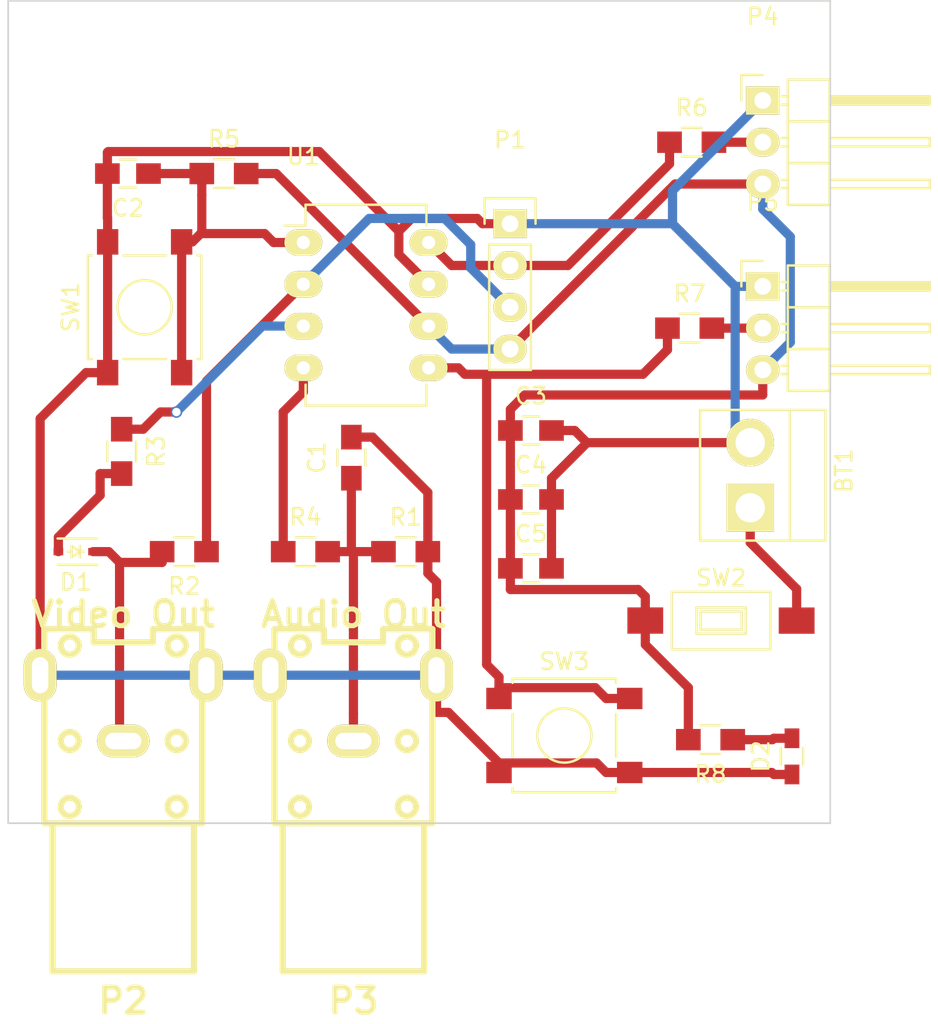
<source format=kicad_pcb>
(kicad_pcb (version 4) (host pcbnew 4.0.2-stable)

  (general
    (links 51)
    (no_connects 0)
    (area 113.75 76.75 164 127)
    (thickness 1.6)
    (drawings 4)
    (tracks 143)
    (zones 0)
    (modules 25)
    (nets 16)
  )

  (page A4)
  (layers
    (0 F.Cu signal)
    (31 B.Cu signal)
    (32 B.Adhes user)
    (33 F.Adhes user)
    (34 B.Paste user)
    (35 F.Paste user)
    (36 B.SilkS user)
    (37 F.SilkS user)
    (38 B.Mask user)
    (39 F.Mask user)
    (40 Dwgs.User user)
    (41 Cmts.User user)
    (42 Eco1.User user)
    (43 Eco2.User user)
    (44 Edge.Cuts user)
    (45 Margin user)
    (46 B.CrtYd user)
    (47 F.CrtYd user)
    (48 B.Fab user)
    (49 F.Fab user)
  )

  (setup
    (last_trace_width 0.25)
    (trace_clearance 0.2)
    (zone_clearance 0.508)
    (zone_45_only no)
    (trace_min 0.2)
    (segment_width 0.2)
    (edge_width 0.1)
    (via_size 0.6)
    (via_drill 0.4)
    (via_min_size 0.4)
    (via_min_drill 0.3)
    (uvia_size 0.3)
    (uvia_drill 0.1)
    (uvias_allowed no)
    (uvia_min_size 0.2)
    (uvia_min_drill 0.1)
    (pcb_text_width 0.3)
    (pcb_text_size 1.5 1.5)
    (mod_edge_width 0.15)
    (mod_text_size 1 1)
    (mod_text_width 0.15)
    (pad_size 1.5 1.5)
    (pad_drill 0.6)
    (pad_to_mask_clearance 0)
    (aux_axis_origin 0 0)
    (visible_elements FFFFFF7F)
    (pcbplotparams
      (layerselection 0x00030_80000001)
      (usegerberextensions false)
      (excludeedgelayer true)
      (linewidth 0.100000)
      (plotframeref false)
      (viasonmask false)
      (mode 1)
      (useauxorigin false)
      (hpglpennumber 1)
      (hpglpenspeed 20)
      (hpglpendiameter 15)
      (hpglpenoverlay 2)
      (psnegative false)
      (psa4output false)
      (plotreference true)
      (plotvalue true)
      (plotinvisibletext false)
      (padsonsilk false)
      (subtractmaskfromsilk false)
      (outputformat 1)
      (mirror false)
      (drillshape 1)
      (scaleselection 1)
      (outputdirectory ""))
  )

  (net 0 "")
  (net 1 "Net-(BT1-Pad1)")
  (net 2 GND)
  (net 3 "Net-(C1-Pad1)")
  (net 4 "Net-(C2-Pad1)")
  (net 5 VDD)
  (net 6 "Net-(D1-Pad1)")
  (net 7 "Net-(D1-Pad2)")
  (net 8 "Net-(D2-Pad2)")
  (net 9 /P1)
  (net 10 /DSYNC)
  (net 11 "Net-(P4-Pad2)")
  (net 12 "Net-(P5-Pad2)")
  (net 13 /DVIDEO)
  (net 14 /DAUDIO)
  (net 15 /P2)

  (net_class Default "This is the default net class."
    (clearance 0.2)
    (trace_width 0.25)
    (via_dia 0.6)
    (via_drill 0.4)
    (uvia_dia 0.3)
    (uvia_drill 0.1)
  )

  (net_class "Laser PCB" ""
    (clearance 0.381)
    (trace_width 0.5588)
    (via_dia 0.7)
    (via_drill 0.508)
    (uvia_dia 0.7)
    (uvia_drill 0.508)
    (add_net /DAUDIO)
    (add_net /DSYNC)
    (add_net /DVIDEO)
    (add_net /P1)
    (add_net /P2)
    (add_net GND)
    (add_net "Net-(BT1-Pad1)")
    (add_net "Net-(C1-Pad1)")
    (add_net "Net-(C2-Pad1)")
    (add_net "Net-(D1-Pad1)")
    (add_net "Net-(D1-Pad2)")
    (add_net "Net-(D2-Pad2)")
    (add_net "Net-(P4-Pad2)")
    (add_net "Net-(P5-Pad2)")
    (add_net VDD)
  )

  (module Pin_Headers:Pin_Header_Straight_1x02_Pitch3.96mm_Friction_Lock locked (layer F.Cu) (tedit 551E6FC5) (tstamp 570524E7)
    (at 159.131 107.823 90)
    (descr "Header Pin, Unshrouded, Friction Lock, Pitch 0.156\" (3.96mm)")
    (tags "Pin Header Straight 1x02 Pitch3.96mm 640445-2")
    (path /56FF4D0C)
    (fp_text reference BT1 (at 2.25 5.7 90) (layer F.SilkS)
      (effects (font (size 1 1) (thickness 0.15)))
    )
    (fp_text value Battery (at 2.45 -4.15 90) (layer F.Fab)
      (effects (font (size 1 1) (thickness 0.15)))
    )
    (fp_line (start -2.25 -3.3) (end 6.2 -3.3) (layer F.CrtYd) (width 0.05))
    (fp_line (start 6.2 -3.3) (end 6.2 4.85) (layer F.CrtYd) (width 0.05))
    (fp_line (start 6.2 4.85) (end -2.25 4.85) (layer F.CrtYd) (width 0.05))
    (fp_line (start -2.25 4.85) (end -2.25 -3.3) (layer F.CrtYd) (width 0.05))
    (fp_line (start -1.9939 -3.048) (end 5.9309 -3.048) (layer F.SilkS) (width 0.15))
    (fp_line (start -1.9939 4.572) (end 5.9309 4.572) (layer F.SilkS) (width 0.15))
    (fp_line (start -1.9939 2.413) (end 5.9309 2.413) (layer F.SilkS) (width 0.15))
    (fp_line (start 5.95 -3.048) (end 5.95 4.572) (layer F.SilkS) (width 0.15))
    (fp_line (start -1.9939 -3.048) (end -1.9939 4.572) (layer F.SilkS) (width 0.15))
    (pad 1 thru_hole rect (at 0 0 90) (size 2.9 2.9) (drill 1.78) (layers *.Cu *.Mask F.SilkS)
      (net 1 "Net-(BT1-Pad1)"))
    (pad 2 thru_hole circle (at 3.96 0 90) (size 2.9 2.9) (drill 1.78) (layers *.Cu *.Mask F.SilkS)
      (net 2 GND))
    (model Pin_Headers.3dshapes/Pin_Header_Straight_1x02_Pitch3.96mm_Friction_Lock.wrl
      (at (xyz 0.08 0 0.125))
      (scale (xyz 0.39 0.39 0.39))
      (rotate (xyz 0 0 180))
    )
  )

  (module Capacitors_SMD:C_0805_HandSoldering locked (layer F.Cu) (tedit 541A9B8D) (tstamp 570524F3)
    (at 134.874 104.775 90)
    (descr "Capacitor SMD 0805, hand soldering")
    (tags "capacitor 0805")
    (path /56FF1079)
    (attr smd)
    (fp_text reference C1 (at 0 -2.1 90) (layer F.SilkS)
      (effects (font (size 1 1) (thickness 0.15)))
    )
    (fp_text value 2.2n (at 0 2.1 90) (layer F.Fab)
      (effects (font (size 1 1) (thickness 0.15)))
    )
    (fp_line (start -2.3 -1) (end 2.3 -1) (layer F.CrtYd) (width 0.05))
    (fp_line (start -2.3 1) (end 2.3 1) (layer F.CrtYd) (width 0.05))
    (fp_line (start -2.3 -1) (end -2.3 1) (layer F.CrtYd) (width 0.05))
    (fp_line (start 2.3 -1) (end 2.3 1) (layer F.CrtYd) (width 0.05))
    (fp_line (start 0.5 -0.85) (end -0.5 -0.85) (layer F.SilkS) (width 0.15))
    (fp_line (start -0.5 0.85) (end 0.5 0.85) (layer F.SilkS) (width 0.15))
    (pad 1 smd rect (at -1.25 0 90) (size 1.5 1.25) (layers F.Cu F.Paste F.Mask)
      (net 3 "Net-(C1-Pad1)"))
    (pad 2 smd rect (at 1.25 0 90) (size 1.5 1.25) (layers F.Cu F.Paste F.Mask)
      (net 2 GND))
    (model Capacitors_SMD.3dshapes/C_0805_HandSoldering.wrl
      (at (xyz 0 0 0))
      (scale (xyz 1 1 1))
      (rotate (xyz 0 0 0))
    )
  )

  (module Capacitors_SMD:C_0805_HandSoldering placed (layer F.Cu) (tedit 541A9B8D) (tstamp 570524FF)
    (at 121.285 87.503 180)
    (descr "Capacitor SMD 0805, hand soldering")
    (tags "capacitor 0805")
    (path /56FF55BE)
    (attr smd)
    (fp_text reference C2 (at 0 -2.1 180) (layer F.SilkS)
      (effects (font (size 1 1) (thickness 0.15)))
    )
    (fp_text value 100n (at 0 2.1 180) (layer F.Fab)
      (effects (font (size 1 1) (thickness 0.15)))
    )
    (fp_line (start -2.3 -1) (end 2.3 -1) (layer F.CrtYd) (width 0.05))
    (fp_line (start -2.3 1) (end 2.3 1) (layer F.CrtYd) (width 0.05))
    (fp_line (start -2.3 -1) (end -2.3 1) (layer F.CrtYd) (width 0.05))
    (fp_line (start 2.3 -1) (end 2.3 1) (layer F.CrtYd) (width 0.05))
    (fp_line (start 0.5 -0.85) (end -0.5 -0.85) (layer F.SilkS) (width 0.15))
    (fp_line (start -0.5 0.85) (end 0.5 0.85) (layer F.SilkS) (width 0.15))
    (pad 1 smd rect (at -1.25 0 180) (size 1.5 1.25) (layers F.Cu F.Paste F.Mask)
      (net 4 "Net-(C2-Pad1)"))
    (pad 2 smd rect (at 1.25 0 180) (size 1.5 1.25) (layers F.Cu F.Paste F.Mask)
      (net 2 GND))
    (model Capacitors_SMD.3dshapes/C_0805_HandSoldering.wrl
      (at (xyz 0 0 0))
      (scale (xyz 1 1 1))
      (rotate (xyz 0 0 0))
    )
  )

  (module Capacitors_SMD:C_0805_HandSoldering placed (layer F.Cu) (tedit 541A9B8D) (tstamp 5705250B)
    (at 145.796 103.124)
    (descr "Capacitor SMD 0805, hand soldering")
    (tags "capacitor 0805")
    (path /57009B5C)
    (attr smd)
    (fp_text reference C3 (at 0 -2.1) (layer F.SilkS)
      (effects (font (size 1 1) (thickness 0.15)))
    )
    (fp_text value 100n (at 0 2.1) (layer F.Fab)
      (effects (font (size 1 1) (thickness 0.15)))
    )
    (fp_line (start -2.3 -1) (end 2.3 -1) (layer F.CrtYd) (width 0.05))
    (fp_line (start -2.3 1) (end 2.3 1) (layer F.CrtYd) (width 0.05))
    (fp_line (start -2.3 -1) (end -2.3 1) (layer F.CrtYd) (width 0.05))
    (fp_line (start 2.3 -1) (end 2.3 1) (layer F.CrtYd) (width 0.05))
    (fp_line (start 0.5 -0.85) (end -0.5 -0.85) (layer F.SilkS) (width 0.15))
    (fp_line (start -0.5 0.85) (end 0.5 0.85) (layer F.SilkS) (width 0.15))
    (pad 1 smd rect (at -1.25 0) (size 1.5 1.25) (layers F.Cu F.Paste F.Mask)
      (net 5 VDD))
    (pad 2 smd rect (at 1.25 0) (size 1.5 1.25) (layers F.Cu F.Paste F.Mask)
      (net 2 GND))
    (model Capacitors_SMD.3dshapes/C_0805_HandSoldering.wrl
      (at (xyz 0 0 0))
      (scale (xyz 1 1 1))
      (rotate (xyz 0 0 0))
    )
  )

  (module Capacitors_SMD:C_0805_HandSoldering placed (layer F.Cu) (tedit 541A9B8D) (tstamp 57052517)
    (at 145.796 107.315)
    (descr "Capacitor SMD 0805, hand soldering")
    (tags "capacitor 0805")
    (path /57009D53)
    (attr smd)
    (fp_text reference C4 (at 0 -2.1) (layer F.SilkS)
      (effects (font (size 1 1) (thickness 0.15)))
    )
    (fp_text value 100n (at 0 2.1) (layer F.Fab)
      (effects (font (size 1 1) (thickness 0.15)))
    )
    (fp_line (start -2.3 -1) (end 2.3 -1) (layer F.CrtYd) (width 0.05))
    (fp_line (start -2.3 1) (end 2.3 1) (layer F.CrtYd) (width 0.05))
    (fp_line (start -2.3 -1) (end -2.3 1) (layer F.CrtYd) (width 0.05))
    (fp_line (start 2.3 -1) (end 2.3 1) (layer F.CrtYd) (width 0.05))
    (fp_line (start 0.5 -0.85) (end -0.5 -0.85) (layer F.SilkS) (width 0.15))
    (fp_line (start -0.5 0.85) (end 0.5 0.85) (layer F.SilkS) (width 0.15))
    (pad 1 smd rect (at -1.25 0) (size 1.5 1.25) (layers F.Cu F.Paste F.Mask)
      (net 5 VDD))
    (pad 2 smd rect (at 1.25 0) (size 1.5 1.25) (layers F.Cu F.Paste F.Mask)
      (net 2 GND))
    (model Capacitors_SMD.3dshapes/C_0805_HandSoldering.wrl
      (at (xyz 0 0 0))
      (scale (xyz 1 1 1))
      (rotate (xyz 0 0 0))
    )
  )

  (module Capacitors_SMD:C_0805_HandSoldering placed (layer F.Cu) (tedit 541A9B8D) (tstamp 57052523)
    (at 145.796 111.506)
    (descr "Capacitor SMD 0805, hand soldering")
    (tags "capacitor 0805")
    (path /56FF44CF)
    (attr smd)
    (fp_text reference C5 (at 0 -2.1) (layer F.SilkS)
      (effects (font (size 1 1) (thickness 0.15)))
    )
    (fp_text value 100n (at 0 2.1) (layer F.Fab)
      (effects (font (size 1 1) (thickness 0.15)))
    )
    (fp_line (start -2.3 -1) (end 2.3 -1) (layer F.CrtYd) (width 0.05))
    (fp_line (start -2.3 1) (end 2.3 1) (layer F.CrtYd) (width 0.05))
    (fp_line (start -2.3 -1) (end -2.3 1) (layer F.CrtYd) (width 0.05))
    (fp_line (start 2.3 -1) (end 2.3 1) (layer F.CrtYd) (width 0.05))
    (fp_line (start 0.5 -0.85) (end -0.5 -0.85) (layer F.SilkS) (width 0.15))
    (fp_line (start -0.5 0.85) (end 0.5 0.85) (layer F.SilkS) (width 0.15))
    (pad 1 smd rect (at -1.25 0) (size 1.5 1.25) (layers F.Cu F.Paste F.Mask)
      (net 5 VDD))
    (pad 2 smd rect (at 1.25 0) (size 1.5 1.25) (layers F.Cu F.Paste F.Mask)
      (net 2 GND))
    (model Capacitors_SMD.3dshapes/C_0805_HandSoldering.wrl
      (at (xyz 0 0 0))
      (scale (xyz 1 1 1))
      (rotate (xyz 0 0 0))
    )
  )

  (module Diodes_SMD:SOD-323 locked (layer F.Cu) (tedit 5530FC5E) (tstamp 57052535)
    (at 118.11 110.49 180)
    (descr SOD-323)
    (tags SOD-323)
    (path /56FF19F2)
    (attr smd)
    (fp_text reference D1 (at 0 -1.85 180) (layer F.SilkS)
      (effects (font (size 1 1) (thickness 0.15)))
    )
    (fp_text value BAS70JFILM (at 0.1 1.9 180) (layer F.Fab)
      (effects (font (size 1 1) (thickness 0.15)))
    )
    (fp_line (start 0.25 0) (end 0.5 0) (layer F.SilkS) (width 0.15))
    (fp_line (start -0.25 0) (end -0.5 0) (layer F.SilkS) (width 0.15))
    (fp_line (start -0.25 0) (end 0.25 -0.35) (layer F.SilkS) (width 0.15))
    (fp_line (start 0.25 -0.35) (end 0.25 0.35) (layer F.SilkS) (width 0.15))
    (fp_line (start 0.25 0.35) (end -0.25 0) (layer F.SilkS) (width 0.15))
    (fp_line (start -0.25 -0.35) (end -0.25 0.35) (layer F.SilkS) (width 0.15))
    (fp_line (start -1.5 -0.95) (end 1.5 -0.95) (layer F.CrtYd) (width 0.05))
    (fp_line (start 1.5 -0.95) (end 1.5 0.95) (layer F.CrtYd) (width 0.05))
    (fp_line (start -1.5 0.95) (end 1.5 0.95) (layer F.CrtYd) (width 0.05))
    (fp_line (start -1.5 -0.95) (end -1.5 0.95) (layer F.CrtYd) (width 0.05))
    (fp_line (start -1.3 0.8) (end 1.1 0.8) (layer F.SilkS) (width 0.15))
    (fp_line (start -1.3 -0.8) (end 1.1 -0.8) (layer F.SilkS) (width 0.15))
    (pad 1 smd rect (at -1.055 0 180) (size 0.59 0.45) (layers F.Cu F.Paste F.Mask)
      (net 6 "Net-(D1-Pad1)"))
    (pad 2 smd rect (at 1.055 0 180) (size 0.59 0.45) (layers F.Cu F.Paste F.Mask)
      (net 7 "Net-(D1-Pad2)"))
  )

  (module Resistors_SMD:R_0603_HandSoldering locked (layer F.Cu) (tedit 5418A00F) (tstamp 57052541)
    (at 161.671 122.936 90)
    (descr "Resistor SMD 0603, hand soldering")
    (tags "resistor 0603")
    (path /57009AEB)
    (attr smd)
    (fp_text reference D2 (at 0 -1.9 90) (layer F.SilkS)
      (effects (font (size 1 1) (thickness 0.15)))
    )
    (fp_text value "PWR LED" (at 0 1.9 90) (layer F.Fab)
      (effects (font (size 1 1) (thickness 0.15)))
    )
    (fp_line (start -2 -0.8) (end 2 -0.8) (layer F.CrtYd) (width 0.05))
    (fp_line (start -2 0.8) (end 2 0.8) (layer F.CrtYd) (width 0.05))
    (fp_line (start -2 -0.8) (end -2 0.8) (layer F.CrtYd) (width 0.05))
    (fp_line (start 2 -0.8) (end 2 0.8) (layer F.CrtYd) (width 0.05))
    (fp_line (start 0.5 0.675) (end -0.5 0.675) (layer F.SilkS) (width 0.15))
    (fp_line (start -0.5 -0.675) (end 0.5 -0.675) (layer F.SilkS) (width 0.15))
    (pad 1 smd rect (at -1.1 0 90) (size 1.2 0.9) (layers F.Cu F.Paste F.Mask)
      (net 2 GND))
    (pad 2 smd rect (at 1.1 0 90) (size 1.2 0.9) (layers F.Cu F.Paste F.Mask)
      (net 8 "Net-(D2-Pad2)"))
    (model Resistors_SMD.3dshapes/R_0603_HandSoldering.wrl
      (at (xyz 0 0 0))
      (scale (xyz 1 1 1))
      (rotate (xyz 0 0 0))
    )
  )

  (module Pin_Headers:Pin_Header_Straight_1x04 placed (layer F.Cu) (tedit 0) (tstamp 57052554)
    (at 144.526 90.551)
    (descr "Through hole pin header")
    (tags "pin header")
    (path /56FF0C75)
    (fp_text reference P1 (at 0 -5.1) (layer F.SilkS)
      (effects (font (size 1 1) (thickness 0.15)))
    )
    (fp_text value "Serial Prog" (at 0 -3.1) (layer F.Fab)
      (effects (font (size 1 1) (thickness 0.15)))
    )
    (fp_line (start -1.75 -1.75) (end -1.75 9.4) (layer F.CrtYd) (width 0.05))
    (fp_line (start 1.75 -1.75) (end 1.75 9.4) (layer F.CrtYd) (width 0.05))
    (fp_line (start -1.75 -1.75) (end 1.75 -1.75) (layer F.CrtYd) (width 0.05))
    (fp_line (start -1.75 9.4) (end 1.75 9.4) (layer F.CrtYd) (width 0.05))
    (fp_line (start -1.27 1.27) (end -1.27 8.89) (layer F.SilkS) (width 0.15))
    (fp_line (start 1.27 1.27) (end 1.27 8.89) (layer F.SilkS) (width 0.15))
    (fp_line (start 1.55 -1.55) (end 1.55 0) (layer F.SilkS) (width 0.15))
    (fp_line (start -1.27 8.89) (end 1.27 8.89) (layer F.SilkS) (width 0.15))
    (fp_line (start 1.27 1.27) (end -1.27 1.27) (layer F.SilkS) (width 0.15))
    (fp_line (start -1.55 0) (end -1.55 -1.55) (layer F.SilkS) (width 0.15))
    (fp_line (start -1.55 -1.55) (end 1.55 -1.55) (layer F.SilkS) (width 0.15))
    (pad 1 thru_hole rect (at 0 0) (size 2.032 1.7272) (drill 1.016) (layers *.Cu *.Mask F.SilkS)
      (net 2 GND))
    (pad 2 thru_hole oval (at 0 2.54) (size 2.032 1.7272) (drill 1.016) (layers *.Cu *.Mask F.SilkS)
      (net 9 /P1))
    (pad 3 thru_hole oval (at 0 5.08) (size 2.032 1.7272) (drill 1.016) (layers *.Cu *.Mask F.SilkS)
      (net 10 /DSYNC))
    (pad 4 thru_hole oval (at 0 7.62) (size 2.032 1.7272) (drill 1.016) (layers *.Cu *.Mask F.SilkS)
      (net 5 VDD))
    (model Pin_Headers.3dshapes/Pin_Header_Straight_1x04.wrl
      (at (xyz 0 -0.15 0))
      (scale (xyz 1 1 1))
      (rotate (xyz 0 0 90))
    )
  )

  (module w_conn_av:rca_yellow locked (layer F.Cu) (tedit 0) (tstamp 57052572)
    (at 121 122)
    (descr "RCA Audio connector, yellow, Pro Signal p/n PSG01547")
    (tags "rca, audio")
    (path /56FF0DA9)
    (fp_text reference P2 (at 0 15.7988) (layer F.SilkS)
      (effects (font (thickness 0.3048)))
    )
    (fp_text value "Video Out" (at 0 -7.69874) (layer F.SilkS)
      (effects (font (thickness 0.3048)))
    )
    (fp_circle (center -3.2512 -5.79882) (end -3.79984 -5.79882) (layer F.SilkS) (width 0.381))
    (fp_circle (center 3.2512 -5.79882) (end 2.70002 -5.84962) (layer F.SilkS) (width 0.381))
    (fp_circle (center 3.2512 4.0005) (end 2.70002 4.04876) (layer F.SilkS) (width 0.381))
    (fp_circle (center -3.2512 4.0005) (end -3.79984 3.9497) (layer F.SilkS) (width 0.381))
    (fp_circle (center -3.2512 0) (end -3.79984 0) (layer F.SilkS) (width 0.381))
    (fp_circle (center 3.2512 0) (end 2.70002 -0.0508) (layer F.SilkS) (width 0.381))
    (fp_line (start -4.30022 5.00126) (end -4.30022 14.00048) (layer F.SilkS) (width 0.381))
    (fp_line (start -4.30022 14.00048) (end 4.30022 14.00048) (layer F.SilkS) (width 0.381))
    (fp_line (start 4.30022 14.00048) (end 4.30022 5.00126) (layer F.SilkS) (width 0.381))
    (fp_line (start 4.8006 -4.89966) (end 5.40004 -4.89966) (layer F.SilkS) (width 0.381))
    (fp_line (start 5.40004 -4.89966) (end 5.40004 -3.0988) (layer F.SilkS) (width 0.381))
    (fp_line (start 5.40004 -3.0988) (end 4.8006 -3.0988) (layer F.SilkS) (width 0.381))
    (fp_line (start -5.40004 -4.89966) (end -4.8006 -4.89966) (layer F.SilkS) (width 0.381))
    (fp_line (start -4.8006 -3.0988) (end -5.40004 -3.0988) (layer F.SilkS) (width 0.381))
    (fp_line (start -5.40004 -3.0988) (end -5.40004 -4.89966) (layer F.SilkS) (width 0.381))
    (fp_line (start -4.8006 -6.79958) (end -1.80086 -6.79958) (layer F.SilkS) (width 0.381))
    (fp_line (start -1.80086 -6.79958) (end -1.80086 -5.99948) (layer F.SilkS) (width 0.381))
    (fp_line (start -1.80086 -5.99948) (end 1.80086 -5.99948) (layer F.SilkS) (width 0.381))
    (fp_line (start 1.80086 -5.99948) (end 1.80086 -6.79958) (layer F.SilkS) (width 0.381))
    (fp_line (start 1.80086 -6.79958) (end 4.8006 -6.79958) (layer F.SilkS) (width 0.381))
    (fp_line (start 4.8006 5.00126) (end -4.8006 5.00126) (layer F.SilkS) (width 0.381))
    (fp_line (start -4.8006 4.99872) (end -4.8006 -6.80212) (layer F.SilkS) (width 0.381))
    (fp_line (start 4.8006 -6.79958) (end 4.8006 5.00126) (layer F.SilkS) (width 0.381))
    (pad 2 thru_hole oval (at 5.0546 -3.99796) (size 1.99898 3.19786) (drill oval 0.99568 2.1971) (layers *.Cu *.Mask F.SilkS)
      (net 2 GND))
    (pad 1 thru_hole oval (at 0 0) (size 3.19786 1.99898) (drill oval 2.1971 0.99568) (layers *.Cu *.Mask F.SilkS)
      (net 6 "Net-(D1-Pad1)"))
    (pad 2 thru_hole oval (at -5.0546 -3.99796) (size 1.99898 3.19786) (drill oval 0.99568 2.1971) (layers *.Cu *.Mask F.SilkS)
      (net 2 GND))
    (model walter/conn_av/rca_yellow.wrl
      (at (xyz 0 0 0))
      (scale (xyz 1 1 1))
      (rotate (xyz 0 0 0))
    )
  )

  (module w_conn_av:rca_yellow locked (layer F.Cu) (tedit 0) (tstamp 57052590)
    (at 135 122)
    (descr "RCA Audio connector, yellow, Pro Signal p/n PSG01547")
    (tags "rca, audio")
    (path /56FF0DFA)
    (fp_text reference P3 (at 0 15.7988) (layer F.SilkS)
      (effects (font (thickness 0.3048)))
    )
    (fp_text value "Audio Out" (at 0 -7.69874) (layer F.SilkS)
      (effects (font (thickness 0.3048)))
    )
    (fp_circle (center -3.2512 -5.79882) (end -3.79984 -5.79882) (layer F.SilkS) (width 0.381))
    (fp_circle (center 3.2512 -5.79882) (end 2.70002 -5.84962) (layer F.SilkS) (width 0.381))
    (fp_circle (center 3.2512 4.0005) (end 2.70002 4.04876) (layer F.SilkS) (width 0.381))
    (fp_circle (center -3.2512 4.0005) (end -3.79984 3.9497) (layer F.SilkS) (width 0.381))
    (fp_circle (center -3.2512 0) (end -3.79984 0) (layer F.SilkS) (width 0.381))
    (fp_circle (center 3.2512 0) (end 2.70002 -0.0508) (layer F.SilkS) (width 0.381))
    (fp_line (start -4.30022 5.00126) (end -4.30022 14.00048) (layer F.SilkS) (width 0.381))
    (fp_line (start -4.30022 14.00048) (end 4.30022 14.00048) (layer F.SilkS) (width 0.381))
    (fp_line (start 4.30022 14.00048) (end 4.30022 5.00126) (layer F.SilkS) (width 0.381))
    (fp_line (start 4.8006 -4.89966) (end 5.40004 -4.89966) (layer F.SilkS) (width 0.381))
    (fp_line (start 5.40004 -4.89966) (end 5.40004 -3.0988) (layer F.SilkS) (width 0.381))
    (fp_line (start 5.40004 -3.0988) (end 4.8006 -3.0988) (layer F.SilkS) (width 0.381))
    (fp_line (start -5.40004 -4.89966) (end -4.8006 -4.89966) (layer F.SilkS) (width 0.381))
    (fp_line (start -4.8006 -3.0988) (end -5.40004 -3.0988) (layer F.SilkS) (width 0.381))
    (fp_line (start -5.40004 -3.0988) (end -5.40004 -4.89966) (layer F.SilkS) (width 0.381))
    (fp_line (start -4.8006 -6.79958) (end -1.80086 -6.79958) (layer F.SilkS) (width 0.381))
    (fp_line (start -1.80086 -6.79958) (end -1.80086 -5.99948) (layer F.SilkS) (width 0.381))
    (fp_line (start -1.80086 -5.99948) (end 1.80086 -5.99948) (layer F.SilkS) (width 0.381))
    (fp_line (start 1.80086 -5.99948) (end 1.80086 -6.79958) (layer F.SilkS) (width 0.381))
    (fp_line (start 1.80086 -6.79958) (end 4.8006 -6.79958) (layer F.SilkS) (width 0.381))
    (fp_line (start 4.8006 5.00126) (end -4.8006 5.00126) (layer F.SilkS) (width 0.381))
    (fp_line (start -4.8006 4.99872) (end -4.8006 -6.80212) (layer F.SilkS) (width 0.381))
    (fp_line (start 4.8006 -6.79958) (end 4.8006 5.00126) (layer F.SilkS) (width 0.381))
    (pad 2 thru_hole oval (at 5.0546 -3.99796) (size 1.99898 3.19786) (drill oval 0.99568 2.1971) (layers *.Cu *.Mask F.SilkS)
      (net 2 GND))
    (pad 1 thru_hole oval (at 0 0) (size 3.19786 1.99898) (drill oval 2.1971 0.99568) (layers *.Cu *.Mask F.SilkS)
      (net 3 "Net-(C1-Pad1)"))
    (pad 2 thru_hole oval (at -5.0546 -3.99796) (size 1.99898 3.19786) (drill oval 0.99568 2.1971) (layers *.Cu *.Mask F.SilkS)
      (net 2 GND))
    (model walter/conn_av/rca_yellow.wrl
      (at (xyz 0 0 0))
      (scale (xyz 1 1 1))
      (rotate (xyz 0 0 0))
    )
  )

  (module Pin_Headers:Pin_Header_Angled_1x03 locked (layer F.Cu) (tedit 0) (tstamp 570525BD)
    (at 159.893 83.058)
    (descr "Through hole pin header")
    (tags "pin header")
    (path /56FF2CB4)
    (fp_text reference P4 (at 0 -5.1) (layer F.SilkS)
      (effects (font (size 1 1) (thickness 0.15)))
    )
    (fp_text value "Paddle 1" (at 0 -3.1) (layer F.Fab)
      (effects (font (size 1 1) (thickness 0.15)))
    )
    (fp_line (start -1.5 -1.75) (end -1.5 6.85) (layer F.CrtYd) (width 0.05))
    (fp_line (start 10.65 -1.75) (end 10.65 6.85) (layer F.CrtYd) (width 0.05))
    (fp_line (start -1.5 -1.75) (end 10.65 -1.75) (layer F.CrtYd) (width 0.05))
    (fp_line (start -1.5 6.85) (end 10.65 6.85) (layer F.CrtYd) (width 0.05))
    (fp_line (start -1.3 -1.55) (end -1.3 0) (layer F.SilkS) (width 0.15))
    (fp_line (start 0 -1.55) (end -1.3 -1.55) (layer F.SilkS) (width 0.15))
    (fp_line (start 4.191 -0.127) (end 10.033 -0.127) (layer F.SilkS) (width 0.15))
    (fp_line (start 10.033 -0.127) (end 10.033 0.127) (layer F.SilkS) (width 0.15))
    (fp_line (start 10.033 0.127) (end 4.191 0.127) (layer F.SilkS) (width 0.15))
    (fp_line (start 4.191 0.127) (end 4.191 0) (layer F.SilkS) (width 0.15))
    (fp_line (start 4.191 0) (end 10.033 0) (layer F.SilkS) (width 0.15))
    (fp_line (start 1.524 -0.254) (end 1.143 -0.254) (layer F.SilkS) (width 0.15))
    (fp_line (start 1.524 0.254) (end 1.143 0.254) (layer F.SilkS) (width 0.15))
    (fp_line (start 1.524 2.286) (end 1.143 2.286) (layer F.SilkS) (width 0.15))
    (fp_line (start 1.524 2.794) (end 1.143 2.794) (layer F.SilkS) (width 0.15))
    (fp_line (start 1.524 4.826) (end 1.143 4.826) (layer F.SilkS) (width 0.15))
    (fp_line (start 1.524 5.334) (end 1.143 5.334) (layer F.SilkS) (width 0.15))
    (fp_line (start 4.064 1.27) (end 4.064 -1.27) (layer F.SilkS) (width 0.15))
    (fp_line (start 10.16 0.254) (end 4.064 0.254) (layer F.SilkS) (width 0.15))
    (fp_line (start 10.16 -0.254) (end 10.16 0.254) (layer F.SilkS) (width 0.15))
    (fp_line (start 4.064 -0.254) (end 10.16 -0.254) (layer F.SilkS) (width 0.15))
    (fp_line (start 1.524 1.27) (end 4.064 1.27) (layer F.SilkS) (width 0.15))
    (fp_line (start 1.524 -1.27) (end 1.524 1.27) (layer F.SilkS) (width 0.15))
    (fp_line (start 1.524 -1.27) (end 4.064 -1.27) (layer F.SilkS) (width 0.15))
    (fp_line (start 1.524 3.81) (end 4.064 3.81) (layer F.SilkS) (width 0.15))
    (fp_line (start 1.524 3.81) (end 1.524 6.35) (layer F.SilkS) (width 0.15))
    (fp_line (start 4.064 4.826) (end 10.16 4.826) (layer F.SilkS) (width 0.15))
    (fp_line (start 10.16 4.826) (end 10.16 5.334) (layer F.SilkS) (width 0.15))
    (fp_line (start 10.16 5.334) (end 4.064 5.334) (layer F.SilkS) (width 0.15))
    (fp_line (start 4.064 6.35) (end 4.064 3.81) (layer F.SilkS) (width 0.15))
    (fp_line (start 4.064 3.81) (end 4.064 1.27) (layer F.SilkS) (width 0.15))
    (fp_line (start 10.16 2.794) (end 4.064 2.794) (layer F.SilkS) (width 0.15))
    (fp_line (start 10.16 2.286) (end 10.16 2.794) (layer F.SilkS) (width 0.15))
    (fp_line (start 4.064 2.286) (end 10.16 2.286) (layer F.SilkS) (width 0.15))
    (fp_line (start 1.524 3.81) (end 4.064 3.81) (layer F.SilkS) (width 0.15))
    (fp_line (start 1.524 1.27) (end 1.524 3.81) (layer F.SilkS) (width 0.15))
    (fp_line (start 1.524 1.27) (end 4.064 1.27) (layer F.SilkS) (width 0.15))
    (fp_line (start 1.524 6.35) (end 4.064 6.35) (layer F.SilkS) (width 0.15))
    (pad 1 thru_hole rect (at 0 0) (size 2.032 1.7272) (drill 1.016) (layers *.Cu *.Mask F.SilkS)
      (net 2 GND))
    (pad 2 thru_hole oval (at 0 2.54) (size 2.032 1.7272) (drill 1.016) (layers *.Cu *.Mask F.SilkS)
      (net 11 "Net-(P4-Pad2)"))
    (pad 3 thru_hole oval (at 0 5.08) (size 2.032 1.7272) (drill 1.016) (layers *.Cu *.Mask F.SilkS)
      (net 5 VDD))
    (model Pin_Headers.3dshapes/Pin_Header_Angled_1x03.wrl
      (at (xyz 0 -0.1 0))
      (scale (xyz 1 1 1))
      (rotate (xyz 0 0 90))
    )
  )

  (module Pin_Headers:Pin_Header_Angled_1x03 locked (layer F.Cu) (tedit 0) (tstamp 570525EA)
    (at 159.893 94.361)
    (descr "Through hole pin header")
    (tags "pin header")
    (path /56FF2D0F)
    (fp_text reference P5 (at 0 -5.1) (layer F.SilkS)
      (effects (font (size 1 1) (thickness 0.15)))
    )
    (fp_text value "Paddle 2" (at 0 -3.1) (layer F.Fab)
      (effects (font (size 1 1) (thickness 0.15)))
    )
    (fp_line (start -1.5 -1.75) (end -1.5 6.85) (layer F.CrtYd) (width 0.05))
    (fp_line (start 10.65 -1.75) (end 10.65 6.85) (layer F.CrtYd) (width 0.05))
    (fp_line (start -1.5 -1.75) (end 10.65 -1.75) (layer F.CrtYd) (width 0.05))
    (fp_line (start -1.5 6.85) (end 10.65 6.85) (layer F.CrtYd) (width 0.05))
    (fp_line (start -1.3 -1.55) (end -1.3 0) (layer F.SilkS) (width 0.15))
    (fp_line (start 0 -1.55) (end -1.3 -1.55) (layer F.SilkS) (width 0.15))
    (fp_line (start 4.191 -0.127) (end 10.033 -0.127) (layer F.SilkS) (width 0.15))
    (fp_line (start 10.033 -0.127) (end 10.033 0.127) (layer F.SilkS) (width 0.15))
    (fp_line (start 10.033 0.127) (end 4.191 0.127) (layer F.SilkS) (width 0.15))
    (fp_line (start 4.191 0.127) (end 4.191 0) (layer F.SilkS) (width 0.15))
    (fp_line (start 4.191 0) (end 10.033 0) (layer F.SilkS) (width 0.15))
    (fp_line (start 1.524 -0.254) (end 1.143 -0.254) (layer F.SilkS) (width 0.15))
    (fp_line (start 1.524 0.254) (end 1.143 0.254) (layer F.SilkS) (width 0.15))
    (fp_line (start 1.524 2.286) (end 1.143 2.286) (layer F.SilkS) (width 0.15))
    (fp_line (start 1.524 2.794) (end 1.143 2.794) (layer F.SilkS) (width 0.15))
    (fp_line (start 1.524 4.826) (end 1.143 4.826) (layer F.SilkS) (width 0.15))
    (fp_line (start 1.524 5.334) (end 1.143 5.334) (layer F.SilkS) (width 0.15))
    (fp_line (start 4.064 1.27) (end 4.064 -1.27) (layer F.SilkS) (width 0.15))
    (fp_line (start 10.16 0.254) (end 4.064 0.254) (layer F.SilkS) (width 0.15))
    (fp_line (start 10.16 -0.254) (end 10.16 0.254) (layer F.SilkS) (width 0.15))
    (fp_line (start 4.064 -0.254) (end 10.16 -0.254) (layer F.SilkS) (width 0.15))
    (fp_line (start 1.524 1.27) (end 4.064 1.27) (layer F.SilkS) (width 0.15))
    (fp_line (start 1.524 -1.27) (end 1.524 1.27) (layer F.SilkS) (width 0.15))
    (fp_line (start 1.524 -1.27) (end 4.064 -1.27) (layer F.SilkS) (width 0.15))
    (fp_line (start 1.524 3.81) (end 4.064 3.81) (layer F.SilkS) (width 0.15))
    (fp_line (start 1.524 3.81) (end 1.524 6.35) (layer F.SilkS) (width 0.15))
    (fp_line (start 4.064 4.826) (end 10.16 4.826) (layer F.SilkS) (width 0.15))
    (fp_line (start 10.16 4.826) (end 10.16 5.334) (layer F.SilkS) (width 0.15))
    (fp_line (start 10.16 5.334) (end 4.064 5.334) (layer F.SilkS) (width 0.15))
    (fp_line (start 4.064 6.35) (end 4.064 3.81) (layer F.SilkS) (width 0.15))
    (fp_line (start 4.064 3.81) (end 4.064 1.27) (layer F.SilkS) (width 0.15))
    (fp_line (start 10.16 2.794) (end 4.064 2.794) (layer F.SilkS) (width 0.15))
    (fp_line (start 10.16 2.286) (end 10.16 2.794) (layer F.SilkS) (width 0.15))
    (fp_line (start 4.064 2.286) (end 10.16 2.286) (layer F.SilkS) (width 0.15))
    (fp_line (start 1.524 3.81) (end 4.064 3.81) (layer F.SilkS) (width 0.15))
    (fp_line (start 1.524 1.27) (end 1.524 3.81) (layer F.SilkS) (width 0.15))
    (fp_line (start 1.524 1.27) (end 4.064 1.27) (layer F.SilkS) (width 0.15))
    (fp_line (start 1.524 6.35) (end 4.064 6.35) (layer F.SilkS) (width 0.15))
    (pad 1 thru_hole rect (at 0 0) (size 2.032 1.7272) (drill 1.016) (layers *.Cu *.Mask F.SilkS)
      (net 2 GND))
    (pad 2 thru_hole oval (at 0 2.54) (size 2.032 1.7272) (drill 1.016) (layers *.Cu *.Mask F.SilkS)
      (net 12 "Net-(P5-Pad2)"))
    (pad 3 thru_hole oval (at 0 5.08) (size 2.032 1.7272) (drill 1.016) (layers *.Cu *.Mask F.SilkS)
      (net 5 VDD))
    (model Pin_Headers.3dshapes/Pin_Header_Angled_1x03.wrl
      (at (xyz 0 -0.1 0))
      (scale (xyz 1 1 1))
      (rotate (xyz 0 0 90))
    )
  )

  (module Resistors_SMD:R_0805_HandSoldering locked (layer F.Cu) (tedit 54189DEE) (tstamp 570525F6)
    (at 138.176 110.49)
    (descr "Resistor SMD 0805, hand soldering")
    (tags "resistor 0805")
    (path /56FF0FE3)
    (attr smd)
    (fp_text reference R1 (at 0 -2.1) (layer F.SilkS)
      (effects (font (size 1 1) (thickness 0.15)))
    )
    (fp_text value 620R (at 0 2.1) (layer F.Fab)
      (effects (font (size 1 1) (thickness 0.15)))
    )
    (fp_line (start -2.4 -1) (end 2.4 -1) (layer F.CrtYd) (width 0.05))
    (fp_line (start -2.4 1) (end 2.4 1) (layer F.CrtYd) (width 0.05))
    (fp_line (start -2.4 -1) (end -2.4 1) (layer F.CrtYd) (width 0.05))
    (fp_line (start 2.4 -1) (end 2.4 1) (layer F.CrtYd) (width 0.05))
    (fp_line (start 0.6 0.875) (end -0.6 0.875) (layer F.SilkS) (width 0.15))
    (fp_line (start -0.6 -0.875) (end 0.6 -0.875) (layer F.SilkS) (width 0.15))
    (pad 1 smd rect (at -1.35 0) (size 1.5 1.3) (layers F.Cu F.Paste F.Mask)
      (net 3 "Net-(C1-Pad1)"))
    (pad 2 smd rect (at 1.35 0) (size 1.5 1.3) (layers F.Cu F.Paste F.Mask)
      (net 2 GND))
    (model Resistors_SMD.3dshapes/R_0805_HandSoldering.wrl
      (at (xyz 0 0 0))
      (scale (xyz 1 1 1))
      (rotate (xyz 0 0 0))
    )
  )

  (module Resistors_SMD:R_0805_HandSoldering locked (layer F.Cu) (tedit 54189DEE) (tstamp 57052602)
    (at 124.714 110.49 180)
    (descr "Resistor SMD 0805, hand soldering")
    (tags "resistor 0805")
    (path /56FF1929)
    (attr smd)
    (fp_text reference R2 (at 0 -2.1 180) (layer F.SilkS)
      (effects (font (size 1 1) (thickness 0.15)))
    )
    (fp_text value 680R (at 0 2.1 180) (layer F.Fab)
      (effects (font (size 1 1) (thickness 0.15)))
    )
    (fp_line (start -2.4 -1) (end 2.4 -1) (layer F.CrtYd) (width 0.05))
    (fp_line (start -2.4 1) (end 2.4 1) (layer F.CrtYd) (width 0.05))
    (fp_line (start -2.4 -1) (end -2.4 1) (layer F.CrtYd) (width 0.05))
    (fp_line (start 2.4 -1) (end 2.4 1) (layer F.CrtYd) (width 0.05))
    (fp_line (start 0.6 0.875) (end -0.6 0.875) (layer F.SilkS) (width 0.15))
    (fp_line (start -0.6 -0.875) (end 0.6 -0.875) (layer F.SilkS) (width 0.15))
    (pad 1 smd rect (at -1.35 0 180) (size 1.5 1.3) (layers F.Cu F.Paste F.Mask)
      (net 10 /DSYNC))
    (pad 2 smd rect (at 1.35 0 180) (size 1.5 1.3) (layers F.Cu F.Paste F.Mask)
      (net 6 "Net-(D1-Pad1)"))
    (model Resistors_SMD.3dshapes/R_0805_HandSoldering.wrl
      (at (xyz 0 0 0))
      (scale (xyz 1 1 1))
      (rotate (xyz 0 0 0))
    )
  )

  (module Resistors_SMD:R_0805_HandSoldering locked (layer F.Cu) (tedit 54189DEE) (tstamp 5705260E)
    (at 120.904 104.394 270)
    (descr "Resistor SMD 0805, hand soldering")
    (tags "resistor 0805")
    (path /56FF1C44)
    (attr smd)
    (fp_text reference R3 (at 0 -2.1 270) (layer F.SilkS)
      (effects (font (size 1 1) (thickness 0.15)))
    )
    (fp_text value 120R (at 0 2.1 270) (layer F.Fab)
      (effects (font (size 1 1) (thickness 0.15)))
    )
    (fp_line (start -2.4 -1) (end 2.4 -1) (layer F.CrtYd) (width 0.05))
    (fp_line (start -2.4 1) (end 2.4 1) (layer F.CrtYd) (width 0.05))
    (fp_line (start -2.4 -1) (end -2.4 1) (layer F.CrtYd) (width 0.05))
    (fp_line (start 2.4 -1) (end 2.4 1) (layer F.CrtYd) (width 0.05))
    (fp_line (start 0.6 0.875) (end -0.6 0.875) (layer F.SilkS) (width 0.15))
    (fp_line (start -0.6 -0.875) (end 0.6 -0.875) (layer F.SilkS) (width 0.15))
    (pad 1 smd rect (at -1.35 0 270) (size 1.5 1.3) (layers F.Cu F.Paste F.Mask)
      (net 13 /DVIDEO))
    (pad 2 smd rect (at 1.35 0 270) (size 1.5 1.3) (layers F.Cu F.Paste F.Mask)
      (net 7 "Net-(D1-Pad2)"))
    (model Resistors_SMD.3dshapes/R_0805_HandSoldering.wrl
      (at (xyz 0 0 0))
      (scale (xyz 1 1 1))
      (rotate (xyz 0 0 0))
    )
  )

  (module Resistors_SMD:R_0805_HandSoldering locked (layer F.Cu) (tedit 54189DEE) (tstamp 5705261A)
    (at 132.08 110.49)
    (descr "Resistor SMD 0805, hand soldering")
    (tags "resistor 0805")
    (path /56FF1496)
    (attr smd)
    (fp_text reference R4 (at 0 -2.1) (layer F.SilkS)
      (effects (font (size 1 1) (thickness 0.15)))
    )
    (fp_text value 10K (at 0 2.1) (layer F.Fab)
      (effects (font (size 1 1) (thickness 0.15)))
    )
    (fp_line (start -2.4 -1) (end 2.4 -1) (layer F.CrtYd) (width 0.05))
    (fp_line (start -2.4 1) (end 2.4 1) (layer F.CrtYd) (width 0.05))
    (fp_line (start -2.4 -1) (end -2.4 1) (layer F.CrtYd) (width 0.05))
    (fp_line (start 2.4 -1) (end 2.4 1) (layer F.CrtYd) (width 0.05))
    (fp_line (start 0.6 0.875) (end -0.6 0.875) (layer F.SilkS) (width 0.15))
    (fp_line (start -0.6 -0.875) (end 0.6 -0.875) (layer F.SilkS) (width 0.15))
    (pad 1 smd rect (at -1.35 0) (size 1.5 1.3) (layers F.Cu F.Paste F.Mask)
      (net 14 /DAUDIO))
    (pad 2 smd rect (at 1.35 0) (size 1.5 1.3) (layers F.Cu F.Paste F.Mask)
      (net 3 "Net-(C1-Pad1)"))
    (model Resistors_SMD.3dshapes/R_0805_HandSoldering.wrl
      (at (xyz 0 0 0))
      (scale (xyz 1 1 1))
      (rotate (xyz 0 0 0))
    )
  )

  (module Resistors_SMD:R_0805_HandSoldering placed (layer F.Cu) (tedit 54189DEE) (tstamp 57052626)
    (at 127.127 87.503)
    (descr "Resistor SMD 0805, hand soldering")
    (tags "resistor 0805")
    (path /56FF570E)
    (attr smd)
    (fp_text reference R5 (at 0 -2.1) (layer F.SilkS)
      (effects (font (size 1 1) (thickness 0.15)))
    )
    (fp_text value 10K (at 0 2.1) (layer F.Fab)
      (effects (font (size 1 1) (thickness 0.15)))
    )
    (fp_line (start -2.4 -1) (end 2.4 -1) (layer F.CrtYd) (width 0.05))
    (fp_line (start -2.4 1) (end 2.4 1) (layer F.CrtYd) (width 0.05))
    (fp_line (start -2.4 -1) (end -2.4 1) (layer F.CrtYd) (width 0.05))
    (fp_line (start 2.4 -1) (end 2.4 1) (layer F.CrtYd) (width 0.05))
    (fp_line (start 0.6 0.875) (end -0.6 0.875) (layer F.SilkS) (width 0.15))
    (fp_line (start -0.6 -0.875) (end 0.6 -0.875) (layer F.SilkS) (width 0.15))
    (pad 1 smd rect (at -1.35 0) (size 1.5 1.3) (layers F.Cu F.Paste F.Mask)
      (net 4 "Net-(C2-Pad1)"))
    (pad 2 smd rect (at 1.35 0) (size 1.5 1.3) (layers F.Cu F.Paste F.Mask)
      (net 5 VDD))
    (model Resistors_SMD.3dshapes/R_0805_HandSoldering.wrl
      (at (xyz 0 0 0))
      (scale (xyz 1 1 1))
      (rotate (xyz 0 0 0))
    )
  )

  (module Resistors_SMD:R_0805_HandSoldering locked (layer F.Cu) (tedit 54189DEE) (tstamp 57052632)
    (at 155.575 85.598)
    (descr "Resistor SMD 0805, hand soldering")
    (tags "resistor 0805")
    (path /56FF3B31)
    (attr smd)
    (fp_text reference R6 (at 0 -2.1) (layer F.SilkS)
      (effects (font (size 1 1) (thickness 0.15)))
    )
    (fp_text value 1K (at 0 2.1) (layer F.Fab)
      (effects (font (size 1 1) (thickness 0.15)))
    )
    (fp_line (start -2.4 -1) (end 2.4 -1) (layer F.CrtYd) (width 0.05))
    (fp_line (start -2.4 1) (end 2.4 1) (layer F.CrtYd) (width 0.05))
    (fp_line (start -2.4 -1) (end -2.4 1) (layer F.CrtYd) (width 0.05))
    (fp_line (start 2.4 -1) (end 2.4 1) (layer F.CrtYd) (width 0.05))
    (fp_line (start 0.6 0.875) (end -0.6 0.875) (layer F.SilkS) (width 0.15))
    (fp_line (start -0.6 -0.875) (end 0.6 -0.875) (layer F.SilkS) (width 0.15))
    (pad 1 smd rect (at -1.35 0) (size 1.5 1.3) (layers F.Cu F.Paste F.Mask)
      (net 9 /P1))
    (pad 2 smd rect (at 1.35 0) (size 1.5 1.3) (layers F.Cu F.Paste F.Mask)
      (net 11 "Net-(P4-Pad2)"))
    (model Resistors_SMD.3dshapes/R_0805_HandSoldering.wrl
      (at (xyz 0 0 0))
      (scale (xyz 1 1 1))
      (rotate (xyz 0 0 0))
    )
  )

  (module Resistors_SMD:R_0805_HandSoldering locked (layer F.Cu) (tedit 54189DEE) (tstamp 5705263E)
    (at 155.448 96.901)
    (descr "Resistor SMD 0805, hand soldering")
    (tags "resistor 0805")
    (path /56FF39AE)
    (attr smd)
    (fp_text reference R7 (at 0 -2.1) (layer F.SilkS)
      (effects (font (size 1 1) (thickness 0.15)))
    )
    (fp_text value 1K (at 0 2.1) (layer F.Fab)
      (effects (font (size 1 1) (thickness 0.15)))
    )
    (fp_line (start -2.4 -1) (end 2.4 -1) (layer F.CrtYd) (width 0.05))
    (fp_line (start -2.4 1) (end 2.4 1) (layer F.CrtYd) (width 0.05))
    (fp_line (start -2.4 -1) (end -2.4 1) (layer F.CrtYd) (width 0.05))
    (fp_line (start 2.4 -1) (end 2.4 1) (layer F.CrtYd) (width 0.05))
    (fp_line (start 0.6 0.875) (end -0.6 0.875) (layer F.SilkS) (width 0.15))
    (fp_line (start -0.6 -0.875) (end 0.6 -0.875) (layer F.SilkS) (width 0.15))
    (pad 1 smd rect (at -1.35 0) (size 1.5 1.3) (layers F.Cu F.Paste F.Mask)
      (net 15 /P2))
    (pad 2 smd rect (at 1.35 0) (size 1.5 1.3) (layers F.Cu F.Paste F.Mask)
      (net 12 "Net-(P5-Pad2)"))
    (model Resistors_SMD.3dshapes/R_0805_HandSoldering.wrl
      (at (xyz 0 0 0))
      (scale (xyz 1 1 1))
      (rotate (xyz 0 0 0))
    )
  )

  (module Resistors_SMD:R_0805_HandSoldering locked (layer F.Cu) (tedit 54189DEE) (tstamp 5705264A)
    (at 156.718 121.92 180)
    (descr "Resistor SMD 0805, hand soldering")
    (tags "resistor 0805")
    (path /5700A2E6)
    (attr smd)
    (fp_text reference R8 (at 0 -2.1 180) (layer F.SilkS)
      (effects (font (size 1 1) (thickness 0.15)))
    )
    (fp_text value 120R (at 0 2.1 180) (layer F.Fab)
      (effects (font (size 1 1) (thickness 0.15)))
    )
    (fp_line (start -2.4 -1) (end 2.4 -1) (layer F.CrtYd) (width 0.05))
    (fp_line (start -2.4 1) (end 2.4 1) (layer F.CrtYd) (width 0.05))
    (fp_line (start -2.4 -1) (end -2.4 1) (layer F.CrtYd) (width 0.05))
    (fp_line (start 2.4 -1) (end 2.4 1) (layer F.CrtYd) (width 0.05))
    (fp_line (start 0.6 0.875) (end -0.6 0.875) (layer F.SilkS) (width 0.15))
    (fp_line (start -0.6 -0.875) (end 0.6 -0.875) (layer F.SilkS) (width 0.15))
    (pad 1 smd rect (at -1.35 0 180) (size 1.5 1.3) (layers F.Cu F.Paste F.Mask)
      (net 8 "Net-(D2-Pad2)"))
    (pad 2 smd rect (at 1.35 0 180) (size 1.5 1.3) (layers F.Cu F.Paste F.Mask)
      (net 5 VDD))
    (model Resistors_SMD.3dshapes/R_0805_HandSoldering.wrl
      (at (xyz 0 0 0))
      (scale (xyz 1 1 1))
      (rotate (xyz 0 0 0))
    )
  )

  (module Buttons_Switches_SMD:SW_SPST_B3S-1000 placed (layer F.Cu) (tedit 56EDA1C6) (tstamp 57052663)
    (at 122.301 95.631 90)
    (descr "Surface Mount Tactile Switch for High-Density Packaging")
    (tags "Tactile Switch")
    (path /56FF58B1)
    (attr smd)
    (fp_text reference SW1 (at 0 -4.5 90) (layer F.SilkS)
      (effects (font (size 1 1) (thickness 0.15)))
    )
    (fp_text value ~Reset (at 0 4.5 90) (layer F.Fab)
      (effects (font (size 1 1) (thickness 0.15)))
    )
    (fp_line (start -5 3.7) (end 5 3.7) (layer F.CrtYd) (width 0.05))
    (fp_line (start 5 3.7) (end 5 -3.7) (layer F.CrtYd) (width 0.05))
    (fp_line (start 5 -3.7) (end -5 -3.7) (layer F.CrtYd) (width 0.05))
    (fp_line (start -5 -3.7) (end -5 3.7) (layer F.CrtYd) (width 0.05))
    (fp_line (start -3.15 -3.2) (end -3.15 -3.45) (layer F.SilkS) (width 0.15))
    (fp_line (start -3.15 -3.45) (end 3.15 -3.45) (layer F.SilkS) (width 0.15))
    (fp_line (start 3.15 -3.45) (end 3.15 -3.2) (layer F.SilkS) (width 0.15))
    (fp_line (start -3.15 1.3) (end -3.15 -1.3) (layer F.SilkS) (width 0.15))
    (fp_line (start 3.15 3.2) (end 3.15 3.45) (layer F.SilkS) (width 0.15))
    (fp_line (start 3.15 3.45) (end -3.15 3.45) (layer F.SilkS) (width 0.15))
    (fp_line (start -3.15 3.45) (end -3.15 3.2) (layer F.SilkS) (width 0.15))
    (fp_line (start 3.15 -1.3) (end 3.15 1.3) (layer F.SilkS) (width 0.15))
    (fp_circle (center 0 0) (end 1.65 0) (layer F.SilkS) (width 0.15))
    (fp_line (start -3 -3.3) (end 3 -3.3) (layer F.Fab) (width 0.15))
    (fp_line (start 3 -3.3) (end 3 3.3) (layer F.Fab) (width 0.15))
    (fp_line (start 3 3.3) (end -3 3.3) (layer F.Fab) (width 0.15))
    (fp_line (start -3 3.3) (end -3 -3.3) (layer F.Fab) (width 0.15))
    (pad 1 smd rect (at -3.975 -2.25 90) (size 1.55 1.3) (layers F.Cu F.Paste F.Mask)
      (net 2 GND))
    (pad 1 smd rect (at 3.975 -2.25 90) (size 1.55 1.3) (layers F.Cu F.Paste F.Mask)
      (net 2 GND))
    (pad 2 smd rect (at -3.975 2.25 90) (size 1.55 1.3) (layers F.Cu F.Paste F.Mask)
      (net 4 "Net-(C2-Pad1)"))
    (pad 2 smd rect (at 3.975 2.25 90) (size 1.55 1.3) (layers F.Cu F.Paste F.Mask)
      (net 4 "Net-(C2-Pad1)"))
  )

  (module Buttons_Switches_SMD:SW_SPST_FSMSM locked (layer F.Cu) (tedit 555C8B1B) (tstamp 57052679)
    (at 157.353 114.681)
    (descr http://www.te.com/commerce/DocumentDelivery/DDEController?Action=srchrtrv&DocNm=1437566-3&DocType=Customer+Drawing&DocLang=English)
    (tags "SPST button tactile switch")
    (path /56FF4F6E)
    (attr smd)
    (fp_text reference SW2 (at 0.01011 -2.60022) (layer F.SilkS)
      (effects (font (size 1 1) (thickness 0.15)))
    )
    (fp_text value Power (at 0.01011 -0.00022) (layer F.Fab)
      (effects (font (size 1 1) (thickness 0.15)))
    )
    (fp_line (start -1.23989 -0.55022) (end 1.26011 -0.55022) (layer F.SilkS) (width 0.15))
    (fp_line (start 1.26011 -0.55022) (end 1.26011 0.54978) (layer F.SilkS) (width 0.15))
    (fp_line (start 1.26011 0.54978) (end -1.23989 0.54978) (layer F.SilkS) (width 0.15))
    (fp_line (start -1.23989 0.54978) (end -1.23989 -0.55022) (layer F.SilkS) (width 0.15))
    (fp_line (start -1.48989 0.79978) (end 1.51011 0.79978) (layer F.SilkS) (width 0.15))
    (fp_line (start -1.48989 -0.80022) (end 1.51011 -0.80022) (layer F.SilkS) (width 0.15))
    (fp_line (start 1.51011 -0.80022) (end 1.51011 0.79978) (layer F.SilkS) (width 0.15))
    (fp_line (start -1.48989 -0.80022) (end -1.48989 0.79978) (layer F.SilkS) (width 0.15))
    (fp_line (start -5.95 2) (end 5.95 2) (layer F.CrtYd) (width 0.05))
    (fp_line (start 5.95 -2) (end 5.95 2) (layer F.CrtYd) (width 0.05))
    (fp_line (start -2.98989 1.74978) (end 3.01011 1.74978) (layer F.SilkS) (width 0.15))
    (fp_line (start -2.98989 -1.75022) (end 3.01011 -1.75022) (layer F.SilkS) (width 0.15))
    (fp_line (start -2.98989 -1.75022) (end -2.98989 1.74978) (layer F.SilkS) (width 0.15))
    (fp_line (start 3.01011 -1.75022) (end 3.01011 1.74978) (layer F.SilkS) (width 0.15))
    (fp_line (start -5.95 -2) (end -5.95 2) (layer F.CrtYd) (width 0.05))
    (fp_line (start -5.95 -2) (end 5.95 -2) (layer F.CrtYd) (width 0.05))
    (pad 1 smd rect (at -4.60243 -0.00232) (size 2.18 1.6) (layers F.Cu F.Paste F.Mask)
      (net 5 VDD))
    (pad 2 smd rect (at 4.60243 0.00232) (size 2.18 1.6) (layers F.Cu F.Paste F.Mask)
      (net 1 "Net-(BT1-Pad1)"))
  )

  (module Buttons_Switches_SMD:SW_SPST_B3S-1000 locked (layer F.Cu) (tedit 56EDA1C6) (tstamp 57052692)
    (at 147.828 121.666)
    (descr "Surface Mount Tactile Switch for High-Density Packaging")
    (tags "Tactile Switch")
    (path /57006DFD)
    (attr smd)
    (fp_text reference SW3 (at 0 -4.5) (layer F.SilkS)
      (effects (font (size 1 1) (thickness 0.15)))
    )
    (fp_text value Program (at 0 4.5) (layer F.Fab)
      (effects (font (size 1 1) (thickness 0.15)))
    )
    (fp_line (start -5 3.7) (end 5 3.7) (layer F.CrtYd) (width 0.05))
    (fp_line (start 5 3.7) (end 5 -3.7) (layer F.CrtYd) (width 0.05))
    (fp_line (start 5 -3.7) (end -5 -3.7) (layer F.CrtYd) (width 0.05))
    (fp_line (start -5 -3.7) (end -5 3.7) (layer F.CrtYd) (width 0.05))
    (fp_line (start -3.15 -3.2) (end -3.15 -3.45) (layer F.SilkS) (width 0.15))
    (fp_line (start -3.15 -3.45) (end 3.15 -3.45) (layer F.SilkS) (width 0.15))
    (fp_line (start 3.15 -3.45) (end 3.15 -3.2) (layer F.SilkS) (width 0.15))
    (fp_line (start -3.15 1.3) (end -3.15 -1.3) (layer F.SilkS) (width 0.15))
    (fp_line (start 3.15 3.2) (end 3.15 3.45) (layer F.SilkS) (width 0.15))
    (fp_line (start 3.15 3.45) (end -3.15 3.45) (layer F.SilkS) (width 0.15))
    (fp_line (start -3.15 3.45) (end -3.15 3.2) (layer F.SilkS) (width 0.15))
    (fp_line (start 3.15 -1.3) (end 3.15 1.3) (layer F.SilkS) (width 0.15))
    (fp_circle (center 0 0) (end 1.65 0) (layer F.SilkS) (width 0.15))
    (fp_line (start -3 -3.3) (end 3 -3.3) (layer F.Fab) (width 0.15))
    (fp_line (start 3 -3.3) (end 3 3.3) (layer F.Fab) (width 0.15))
    (fp_line (start 3 3.3) (end -3 3.3) (layer F.Fab) (width 0.15))
    (fp_line (start -3 3.3) (end -3 -3.3) (layer F.Fab) (width 0.15))
    (pad 1 smd rect (at -3.975 -2.25) (size 1.55 1.3) (layers F.Cu F.Paste F.Mask)
      (net 15 /P2))
    (pad 1 smd rect (at 3.975 -2.25) (size 1.55 1.3) (layers F.Cu F.Paste F.Mask)
      (net 15 /P2))
    (pad 2 smd rect (at -3.975 2.25) (size 1.55 1.3) (layers F.Cu F.Paste F.Mask)
      (net 2 GND))
    (pad 2 smd rect (at 3.975 2.25) (size 1.55 1.3) (layers F.Cu F.Paste F.Mask)
      (net 2 GND))
  )

  (module Housings_DIP:DIP-8_W7.62mm_LongPads placed (layer F.Cu) (tedit 54130A77) (tstamp 570526A9)
    (at 131.953 91.694)
    (descr "8-lead dip package, row spacing 7.62 mm (300 mils), longer pads")
    (tags "dil dip 2.54 300")
    (path /57016A3E)
    (fp_text reference U1 (at 0 -5.22) (layer F.SilkS)
      (effects (font (size 1 1) (thickness 0.15)))
    )
    (fp_text value LPC810M021FN8 (at 0 -3.72) (layer F.Fab)
      (effects (font (size 1 1) (thickness 0.15)))
    )
    (fp_line (start -1.4 -2.45) (end -1.4 10.1) (layer F.CrtYd) (width 0.05))
    (fp_line (start 9 -2.45) (end 9 10.1) (layer F.CrtYd) (width 0.05))
    (fp_line (start -1.4 -2.45) (end 9 -2.45) (layer F.CrtYd) (width 0.05))
    (fp_line (start -1.4 10.1) (end 9 10.1) (layer F.CrtYd) (width 0.05))
    (fp_line (start 0.135 -2.295) (end 0.135 -1.025) (layer F.SilkS) (width 0.15))
    (fp_line (start 7.485 -2.295) (end 7.485 -1.025) (layer F.SilkS) (width 0.15))
    (fp_line (start 7.485 9.915) (end 7.485 8.645) (layer F.SilkS) (width 0.15))
    (fp_line (start 0.135 9.915) (end 0.135 8.645) (layer F.SilkS) (width 0.15))
    (fp_line (start 0.135 -2.295) (end 7.485 -2.295) (layer F.SilkS) (width 0.15))
    (fp_line (start 0.135 9.915) (end 7.485 9.915) (layer F.SilkS) (width 0.15))
    (fp_line (start 0.135 -1.025) (end -1.15 -1.025) (layer F.SilkS) (width 0.15))
    (pad 1 thru_hole oval (at 0 0) (size 2.3 1.6) (drill 0.8) (layers *.Cu *.Mask F.SilkS)
      (net 4 "Net-(C2-Pad1)"))
    (pad 2 thru_hole oval (at 0 2.54) (size 2.3 1.6) (drill 0.8) (layers *.Cu *.Mask F.SilkS)
      (net 10 /DSYNC))
    (pad 3 thru_hole oval (at 0 5.08) (size 2.3 1.6) (drill 0.8) (layers *.Cu *.Mask F.SilkS)
      (net 13 /DVIDEO))
    (pad 4 thru_hole oval (at 0 7.62) (size 2.3 1.6) (drill 0.8) (layers *.Cu *.Mask F.SilkS)
      (net 14 /DAUDIO))
    (pad 5 thru_hole oval (at 7.62 7.62) (size 2.3 1.6) (drill 0.8) (layers *.Cu *.Mask F.SilkS)
      (net 15 /P2))
    (pad 6 thru_hole oval (at 7.62 5.08) (size 2.3 1.6) (drill 0.8) (layers *.Cu *.Mask F.SilkS)
      (net 5 VDD))
    (pad 7 thru_hole oval (at 7.62 2.54) (size 2.3 1.6) (drill 0.8) (layers *.Cu *.Mask F.SilkS)
      (net 2 GND))
    (pad 8 thru_hole oval (at 7.62 0) (size 2.3 1.6) (drill 0.8) (layers *.Cu *.Mask F.SilkS)
      (net 9 /P1))
    (model Housings_DIP.3dshapes/DIP-8_W7.62mm_LongPads.wrl
      (at (xyz 0 0 0))
      (scale (xyz 1 1 1))
      (rotate (xyz 0 0 0))
    )
  )

  (gr_line (start 114 127) (end 164 127) (angle 90) (layer Edge.Cuts) (width 0.1))
  (gr_line (start 114 77) (end 114 127) (angle 90) (layer Edge.Cuts) (width 0.1))
  (gr_line (start 164 77) (end 114 77) (angle 90) (layer Edge.Cuts) (width 0.1))
  (gr_line (start 164 127) (end 164 77) (angle 90) (layer Edge.Cuts) (width 0.1))

  (segment (start 161.9554 112.7581) (end 159.131 109.9337) (width 0.5588) (layer F.Cu) (net 1))
  (segment (start 161.9554 114.6833) (end 161.9554 112.7581) (width 0.5588) (layer F.Cu) (net 1))
  (segment (start 159.131 107.823) (end 159.131 109.9337) (width 0.5588) (layer F.Cu) (net 1))
  (segment (start 129.9454 118.00204) (end 126.0546 118.00204) (width 0.5588) (layer B.Cu) (net 2))
  (segment (start 126.0546 118.00204) (end 115.9454 118.00204) (width 0.5588) (layer B.Cu) (net 2) (tstamp 57056807))
  (segment (start 160.4403 123.916) (end 160.5603 124.036) (width 0.5588) (layer F.Cu) (net 2))
  (segment (start 151.803 123.916) (end 160.4403 123.916) (width 0.5588) (layer F.Cu) (net 2))
  (segment (start 161.671 124.036) (end 160.5603 124.036) (width 0.5588) (layer F.Cu) (net 2))
  (segment (start 139.526 106.8913) (end 136.1597 103.525) (width 0.5588) (layer F.Cu) (net 2))
  (segment (start 139.526 110.49) (end 139.526 106.8913) (width 0.5588) (layer F.Cu) (net 2))
  (segment (start 134.874 103.525) (end 136.1597 103.525) (width 0.5588) (layer F.Cu) (net 2))
  (segment (start 139.526 110.49) (end 139.526 111.8007) (width 0.5588) (layer F.Cu) (net 2))
  (segment (start 120.051 91.656) (end 120.051 90.2203) (width 0.5588) (layer F.Cu) (net 2))
  (segment (start 147.046 103.124) (end 148.4567 103.124) (width 0.5588) (layer F.Cu) (net 2))
  (segment (start 159.131 103.863) (end 149.1957 103.863) (width 0.5588) (layer F.Cu) (net 2))
  (segment (start 149.1957 103.863) (end 148.4567 103.124) (width 0.5588) (layer F.Cu) (net 2))
  (segment (start 147.046 111.506) (end 147.046 107.315) (width 0.5588) (layer F.Cu) (net 2))
  (segment (start 149.1957 103.8796) (end 149.1957 103.863) (width 0.5588) (layer F.Cu) (net 2))
  (segment (start 147.046 106.0293) (end 149.1957 103.8796) (width 0.5588) (layer F.Cu) (net 2))
  (segment (start 147.046 107.315) (end 147.046 106.0293) (width 0.5588) (layer F.Cu) (net 2))
  (segment (start 143.853 123.916) (end 143.853 123.3383) (width 0.5588) (layer F.Cu) (net 2))
  (segment (start 149.7896 123.3383) (end 150.3673 123.916) (width 0.5588) (layer F.Cu) (net 2))
  (segment (start 143.853 123.3383) (end 149.7896 123.3383) (width 0.5588) (layer F.Cu) (net 2))
  (segment (start 151.803 123.916) (end 150.3673 123.916) (width 0.5588) (layer F.Cu) (net 2))
  (segment (start 120.051 99.606) (end 120.051 91.656) (width 0.5588) (layer F.Cu) (net 2))
  (segment (start 115.9454 102.4009) (end 115.9454 118.002) (width 0.5588) (layer F.Cu) (net 2))
  (segment (start 118.7403 99.606) (end 115.9454 102.4009) (width 0.5588) (layer F.Cu) (net 2))
  (segment (start 120.051 99.606) (end 118.7403 99.606) (width 0.5588) (layer F.Cu) (net 2))
  (segment (start 140.0546 112.3293) (end 140.0546 118.002) (width 0.5588) (layer F.Cu) (net 2))
  (segment (start 139.526 111.8007) (end 140.0546 112.3293) (width 0.5588) (layer F.Cu) (net 2))
  (segment (start 140.7764 120.2617) (end 143.853 123.3383) (width 0.5588) (layer F.Cu) (net 2))
  (segment (start 140.0546 120.2617) (end 140.7764 120.2617) (width 0.5588) (layer F.Cu) (net 2))
  (segment (start 140.0546 118.002) (end 140.0546 120.2617) (width 0.5588) (layer F.Cu) (net 2))
  (segment (start 129.9454 118.002) (end 140.0546 118.002) (width 0.5588) (layer B.Cu) (net 2))
  (segment (start 159.893 94.361) (end 158.2163 94.361) (width 0.5588) (layer B.Cu) (net 2))
  (segment (start 158.2163 102.9483) (end 159.131 103.863) (width 0.5588) (layer B.Cu) (net 2))
  (segment (start 158.2163 94.361) (end 158.2163 102.9483) (width 0.5588) (layer B.Cu) (net 2))
  (segment (start 144.526 90.551) (end 142.8493 90.551) (width 0.5588) (layer F.Cu) (net 2))
  (segment (start 137.7622 92.4232) (end 137.7622 91.0069) (width 0.5588) (layer F.Cu) (net 2))
  (segment (start 139.573 94.234) (end 137.7622 92.4232) (width 0.5588) (layer F.Cu) (net 2))
  (segment (start 142.5304 90.2321) (end 142.8493 90.551) (width 0.5588) (layer F.Cu) (net 2))
  (segment (start 138.537 90.2321) (end 142.5304 90.2321) (width 0.5588) (layer F.Cu) (net 2))
  (segment (start 137.7622 91.0069) (end 138.537 90.2321) (width 0.5588) (layer F.Cu) (net 2))
  (segment (start 120.035 90.2043) (end 120.035 87.503) (width 0.5588) (layer F.Cu) (net 2))
  (segment (start 120.051 90.2203) (end 120.035 90.2043) (width 0.5588) (layer F.Cu) (net 2))
  (segment (start 132.9208 86.1655) (end 137.7622 91.0069) (width 0.5588) (layer F.Cu) (net 2))
  (segment (start 120.0868 86.1655) (end 132.9208 86.1655) (width 0.5588) (layer F.Cu) (net 2))
  (segment (start 120.035 86.2173) (end 120.0868 86.1655) (width 0.5588) (layer F.Cu) (net 2))
  (segment (start 120.035 87.503) (end 120.035 86.2173) (width 0.5588) (layer F.Cu) (net 2))
  (segment (start 154.4063 88.5447) (end 159.893 83.058) (width 0.5588) (layer B.Cu) (net 2))
  (segment (start 154.4063 90.551) (end 154.4063 88.5447) (width 0.5588) (layer B.Cu) (net 2))
  (segment (start 144.526 90.551) (end 154.4063 90.551) (width 0.5588) (layer B.Cu) (net 2))
  (segment (start 154.4063 90.551) (end 158.2163 94.361) (width 0.5588) (layer B.Cu) (net 2))
  (segment (start 134.874 106.025) (end 134.874 107.4357) (width 0.5588) (layer F.Cu) (net 3))
  (segment (start 134.874 110.49) (end 134.874 107.4357) (width 0.5588) (layer F.Cu) (net 3))
  (segment (start 133.43 110.49) (end 134.874 110.49) (width 0.5588) (layer F.Cu) (net 3))
  (segment (start 135 122) (end 135 120.3398) (width 0.5588) (layer F.Cu) (net 3))
  (segment (start 135 110.49) (end 135 120.3398) (width 0.5588) (layer F.Cu) (net 3))
  (segment (start 134.874 110.49) (end 135 110.49) (width 0.5588) (layer F.Cu) (net 3))
  (segment (start 135 110.49) (end 136.826 110.49) (width 0.5588) (layer F.Cu) (net 3))
  (segment (start 125.777 87.503) (end 122.535 87.503) (width 0.5588) (layer F.Cu) (net 4) (status C00000))
  (segment (start 124.551 91.656) (end 125.2064 91.656) (width 0.5588) (layer F.Cu) (net 4))
  (segment (start 124.551 99.606) (end 124.551 91.656) (width 0.5588) (layer F.Cu) (net 4))
  (segment (start 125.777 87.503) (end 125.777 88.1583) (width 0.5588) (layer F.Cu) (net 4))
  (segment (start 125.777 88.1583) (end 125.777 88.8137) (width 0.5588) (layer F.Cu) (net 4))
  (segment (start 125.777 91.1509) (end 125.777 88.8137) (width 0.5588) (layer F.Cu) (net 4))
  (segment (start 129.5992 91.1509) (end 125.777 91.1509) (width 0.5588) (layer F.Cu) (net 4))
  (segment (start 130.1423 91.694) (end 129.5992 91.1509) (width 0.5588) (layer F.Cu) (net 4))
  (segment (start 125.7115 91.1509) (end 125.2064 91.656) (width 0.5588) (layer F.Cu) (net 4))
  (segment (start 125.777 91.1509) (end 125.7115 91.1509) (width 0.5588) (layer F.Cu) (net 4))
  (segment (start 131.953 91.694) (end 130.1423 91.694) (width 0.5588) (layer F.Cu) (net 4))
  (segment (start 155.368 118.7568) (end 152.7506 116.1394) (width 0.5588) (layer F.Cu) (net 5))
  (segment (start 155.368 121.92) (end 155.368 118.7568) (width 0.5588) (layer F.Cu) (net 5))
  (segment (start 152.7506 114.6787) (end 152.7506 116.1394) (width 0.5588) (layer F.Cu) (net 5))
  (segment (start 130.302 87.503) (end 139.573 96.774) (width 0.5588) (layer F.Cu) (net 5))
  (segment (start 128.477 87.503) (end 130.302 87.503) (width 0.5588) (layer F.Cu) (net 5))
  (segment (start 140.97 98.171) (end 144.526 98.171) (width 0.5588) (layer B.Cu) (net 5))
  (segment (start 139.573 96.774) (end 140.97 98.171) (width 0.5588) (layer B.Cu) (net 5))
  (segment (start 161.5698 91.3391) (end 159.893 89.6623) (width 0.5588) (layer B.Cu) (net 5))
  (segment (start 161.5698 97.7642) (end 161.5698 91.3391) (width 0.5588) (layer B.Cu) (net 5))
  (segment (start 159.893 99.441) (end 161.5698 97.7642) (width 0.5588) (layer B.Cu) (net 5))
  (segment (start 159.893 88.138) (end 159.893 89.6623) (width 0.5588) (layer B.Cu) (net 5))
  (segment (start 154.559 88.138) (end 159.893 88.138) (width 0.5588) (layer F.Cu) (net 5))
  (segment (start 144.526 98.171) (end 154.559 88.138) (width 0.5588) (layer F.Cu) (net 5))
  (segment (start 144.546 107.315) (end 144.546 103.124) (width 0.5588) (layer F.Cu) (net 5))
  (segment (start 144.546 107.315) (end 144.546 111.506) (width 0.5588) (layer F.Cu) (net 5))
  (segment (start 152.3243 112.7917) (end 152.7506 113.218) (width 0.5588) (layer F.Cu) (net 5))
  (segment (start 144.546 112.7917) (end 152.3243 112.7917) (width 0.5588) (layer F.Cu) (net 5))
  (segment (start 144.546 111.506) (end 144.546 112.7917) (width 0.5588) (layer F.Cu) (net 5))
  (segment (start 152.7506 114.6787) (end 152.7506 113.218) (width 0.5588) (layer F.Cu) (net 5))
  (segment (start 145.419 100.9653) (end 144.546 101.8383) (width 0.5588) (layer F.Cu) (net 5))
  (segment (start 159.893 100.9653) (end 145.419 100.9653) (width 0.5588) (layer F.Cu) (net 5))
  (segment (start 159.893 99.441) (end 159.893 100.9653) (width 0.5588) (layer F.Cu) (net 5))
  (segment (start 144.546 103.124) (end 144.546 101.8383) (width 0.5588) (layer F.Cu) (net 5))
  (segment (start 120.776 111.1453) (end 120.776 121.776) (width 0.5588) (layer F.Cu) (net 6))
  (segment (start 120.776 121.776) (end 121 122) (width 0.5588) (layer F.Cu) (net 6) (tstamp 57056748))
  (segment (start 123.364 110.49) (end 123.364 111.1453) (width 0.5588) (layer F.Cu) (net 6))
  (segment (start 119.165 110.49) (end 120.1207 110.49) (width 0.5588) (layer F.Cu) (net 6))
  (segment (start 120.776 111.1453) (end 120.1207 110.49) (width 0.5588) (layer F.Cu) (net 6))
  (segment (start 123.364 111.1453) (end 120.776 111.1453) (width 0.5588) (layer F.Cu) (net 6))
  (segment (start 119.5933 107.066) (end 117.055 109.6043) (width 0.5588) (layer F.Cu) (net 7))
  (segment (start 119.5933 105.744) (end 119.5933 107.066) (width 0.5588) (layer F.Cu) (net 7))
  (segment (start 120.904 105.744) (end 119.5933 105.744) (width 0.5588) (layer F.Cu) (net 7))
  (segment (start 117.055 110.49) (end 117.055 109.6043) (width 0.5588) (layer F.Cu) (net 7))
  (segment (start 160.4763 121.92) (end 160.5603 121.836) (width 0.5588) (layer F.Cu) (net 8))
  (segment (start 158.068 121.92) (end 160.4763 121.92) (width 0.5588) (layer F.Cu) (net 8))
  (segment (start 161.671 121.836) (end 160.5603 121.836) (width 0.5588) (layer F.Cu) (net 8))
  (segment (start 140.97 93.091) (end 144.526 93.091) (width 0.5588) (layer F.Cu) (net 9))
  (segment (start 139.573 91.694) (end 140.97 93.091) (width 0.5588) (layer F.Cu) (net 9))
  (segment (start 148.0427 93.091) (end 144.526 93.091) (width 0.5588) (layer F.Cu) (net 9))
  (segment (start 154.225 86.9087) (end 148.0427 93.091) (width 0.5588) (layer F.Cu) (net 9))
  (segment (start 154.225 85.598) (end 154.225 86.9087) (width 0.5588) (layer F.Cu) (net 9))
  (segment (start 142.1317 93.2367) (end 144.526 95.631) (width 0.5588) (layer B.Cu) (net 10))
  (segment (start 142.1317 91.8249) (end 142.1317 93.2367) (width 0.5588) (layer B.Cu) (net 10))
  (segment (start 140.5383 90.2315) (end 142.1317 91.8249) (width 0.5588) (layer B.Cu) (net 10))
  (segment (start 135.9555 90.2315) (end 140.5383 90.2315) (width 0.5588) (layer B.Cu) (net 10))
  (segment (start 131.953 94.234) (end 135.9555 90.2315) (width 0.5588) (layer B.Cu) (net 10))
  (segment (start 126.064 100.123) (end 131.953 94.234) (width 0.5588) (layer F.Cu) (net 10))
  (segment (start 126.064 110.49) (end 126.064 100.123) (width 0.5588) (layer F.Cu) (net 10))
  (segment (start 156.925 85.598) (end 159.893 85.598) (width 0.5588) (layer F.Cu) (net 11))
  (segment (start 156.798 96.901) (end 159.893 96.901) (width 0.5588) (layer F.Cu) (net 12))
  (via (at 124.2355 101.9995) (size 0.7) (drill 0.508) (layers F.Cu B.Cu) (net 13))
  (segment (start 129.461 96.774) (end 124.2355 101.9995) (width 0.5588) (layer B.Cu) (net 13))
  (segment (start 131.953 96.774) (end 129.461 96.774) (width 0.5588) (layer B.Cu) (net 13))
  (segment (start 123.2592 101.9995) (end 122.2147 103.044) (width 0.5588) (layer F.Cu) (net 13))
  (segment (start 124.2355 101.9995) (end 123.2592 101.9995) (width 0.5588) (layer F.Cu) (net 13))
  (segment (start 120.904 103.044) (end 122.2147 103.044) (width 0.5588) (layer F.Cu) (net 13))
  (segment (start 130.73 101.9977) (end 130.73 110.49) (width 0.5588) (layer F.Cu) (net 14))
  (segment (start 131.953 100.7747) (end 130.73 101.9977) (width 0.5588) (layer F.Cu) (net 14))
  (segment (start 131.953 99.314) (end 131.953 100.7747) (width 0.5588) (layer F.Cu) (net 14))
  (segment (start 139.573 99.314) (end 141.3837 99.314) (width 0.5588) (layer F.Cu) (net 15))
  (segment (start 154.098 96.901) (end 154.098 98.2117) (width 0.5588) (layer F.Cu) (net 15))
  (segment (start 143.1001 117.3524) (end 143.1001 99.7047) (width 0.5588) (layer F.Cu) (net 15))
  (segment (start 143.853 118.1053) (end 143.1001 117.3524) (width 0.5588) (layer F.Cu) (net 15))
  (segment (start 141.7744 99.7047) (end 143.1001 99.7047) (width 0.5588) (layer F.Cu) (net 15))
  (segment (start 141.3837 99.314) (end 141.7744 99.7047) (width 0.5588) (layer F.Cu) (net 15))
  (segment (start 152.605 99.7047) (end 154.098 98.2117) (width 0.5588) (layer F.Cu) (net 15))
  (segment (start 143.1001 99.7047) (end 152.605 99.7047) (width 0.5588) (layer F.Cu) (net 15))
  (segment (start 143.853 119.416) (end 143.853 118.7606) (width 0.5588) (layer F.Cu) (net 15))
  (segment (start 143.853 118.7606) (end 143.853 118.1053) (width 0.5588) (layer F.Cu) (net 15))
  (segment (start 149.7119 118.7606) (end 150.3673 119.416) (width 0.5588) (layer F.Cu) (net 15))
  (segment (start 143.853 118.7606) (end 149.7119 118.7606) (width 0.5588) (layer F.Cu) (net 15))
  (segment (start 151.803 119.416) (end 150.3673 119.416) (width 0.5588) (layer F.Cu) (net 15))

)

</source>
